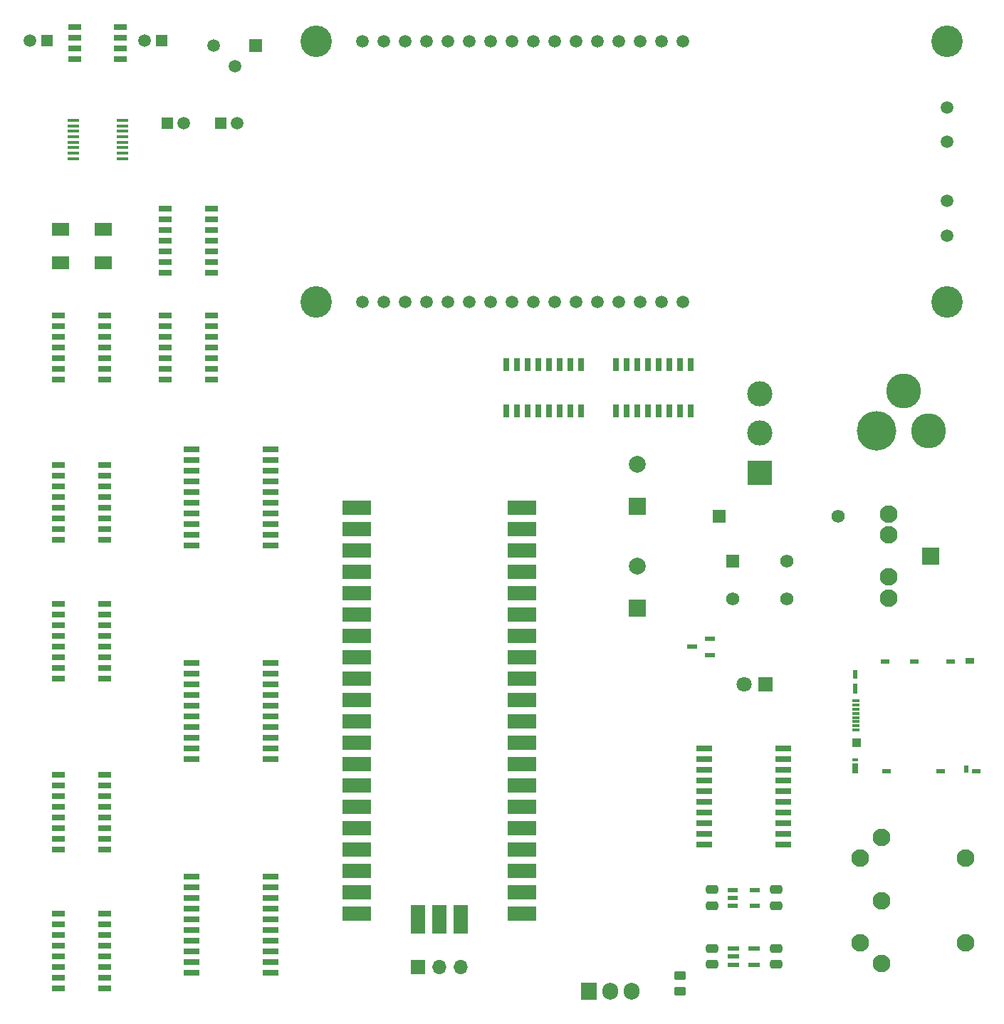
<source format=gbr>
%TF.GenerationSoftware,KiCad,Pcbnew,(6.0.5)*%
%TF.CreationDate,2023-06-11T10:02:41+02:00*%
%TF.ProjectId,Pico Sound,5069636f-2053-46f7-956e-642e6b696361,rev?*%
%TF.SameCoordinates,Original*%
%TF.FileFunction,Soldermask,Top*%
%TF.FilePolarity,Negative*%
%FSLAX46Y46*%
G04 Gerber Fmt 4.6, Leading zero omitted, Abs format (unit mm)*
G04 Created by KiCad (PCBNEW (6.0.5)) date 2023-06-11 10:02:41*
%MOMM*%
%LPD*%
G01*
G04 APERTURE LIST*
G04 Aperture macros list*
%AMRoundRect*
0 Rectangle with rounded corners*
0 $1 Rounding radius*
0 $2 $3 $4 $5 $6 $7 $8 $9 X,Y pos of 4 corners*
0 Add a 4 corners polygon primitive as box body*
4,1,4,$2,$3,$4,$5,$6,$7,$8,$9,$2,$3,0*
0 Add four circle primitives for the rounded corners*
1,1,$1+$1,$2,$3*
1,1,$1+$1,$4,$5*
1,1,$1+$1,$6,$7*
1,1,$1+$1,$8,$9*
0 Add four rect primitives between the rounded corners*
20,1,$1+$1,$2,$3,$4,$5,0*
20,1,$1+$1,$4,$5,$6,$7,0*
20,1,$1+$1,$6,$7,$8,$9,0*
20,1,$1+$1,$8,$9,$2,$3,0*%
G04 Aperture macros list end*
%ADD10R,1.950000X0.650000*%
%ADD11R,1.550000X0.650000*%
%ADD12R,1.150000X0.600000*%
%ADD13RoundRect,0.250000X0.475000X-0.250000X0.475000X0.250000X-0.475000X0.250000X-0.475000X-0.250000X0*%
%ADD14R,1.905000X2.000000*%
%ADD15O,1.905000X2.000000*%
%ADD16R,1.575000X1.575000*%
%ADD17C,1.575000*%
%ADD18R,2.000000X1.500000*%
%ADD19R,0.850000X0.300000*%
%ADD20R,1.000000X1.000000*%
%ADD21R,0.650000X0.450000*%
%ADD22R,0.650000X1.150000*%
%ADD23R,1.000000X0.500000*%
%ADD24R,0.500000X0.850000*%
%ADD25R,1.000000X0.700000*%
%ADD26R,0.600000X1.000000*%
%ADD27R,0.600000X1.200000*%
%ADD28R,1.450000X0.450000*%
%ADD29R,0.650000X1.550000*%
%ADD30R,1.500000X1.500000*%
%ADD31C,1.500000*%
%ADD32R,1.400000X0.600000*%
%ADD33R,1.400000X1.400000*%
%ADD34R,3.000000X3.000000*%
%ADD35C,3.000000*%
%ADD36R,1.700000X1.700000*%
%ADD37O,1.700000X1.700000*%
%ADD38R,3.500000X1.700000*%
%ADD39R,1.700000X3.500000*%
%ADD40R,1.250000X0.600000*%
%ADD41C,2.100000*%
%ADD42R,1.800000X1.800000*%
%ADD43C,1.800000*%
%ADD44RoundRect,0.250000X-0.450000X0.262500X-0.450000X-0.262500X0.450000X-0.262500X0.450000X0.262500X0*%
%ADD45R,2.000000X2.000000*%
%ADD46C,2.000000*%
%ADD47R,2.100000X2.100000*%
%ADD48C,3.750000*%
%ADD49C,4.700000*%
%ADD50C,4.150000*%
G04 APERTURE END LIST*
D10*
%TO.C,IC15*%
X216180000Y-143510000D03*
X216180000Y-142240000D03*
X216180000Y-140970000D03*
X216180000Y-139700000D03*
X216180000Y-138430000D03*
X216180000Y-137160000D03*
X216180000Y-135890000D03*
X216180000Y-134620000D03*
X216180000Y-133350000D03*
X216180000Y-132080000D03*
X206730000Y-132080000D03*
X206730000Y-133350000D03*
X206730000Y-134620000D03*
X206730000Y-135890000D03*
X206730000Y-137160000D03*
X206730000Y-138430000D03*
X206730000Y-139700000D03*
X206730000Y-140970000D03*
X206730000Y-142240000D03*
X206730000Y-143510000D03*
%TD*%
D11*
%TO.C,IC18*%
X131895000Y-46355000D03*
X131895000Y-47625000D03*
X131895000Y-48895000D03*
X131895000Y-50165000D03*
X137345000Y-50165000D03*
X137345000Y-48895000D03*
X137345000Y-47625000D03*
X137345000Y-46355000D03*
%TD*%
D12*
%TO.C,IC2*%
X210155000Y-148910000D03*
X210155000Y-149860000D03*
X210155000Y-150810000D03*
X212755000Y-150810000D03*
X212755000Y-148910000D03*
%TD*%
D13*
%TO.C,C4*%
X207645000Y-157779000D03*
X207645000Y-155879000D03*
%TD*%
D14*
%TO.C,U1*%
X193040000Y-160965000D03*
D15*
X195580000Y-160965000D03*
X198120000Y-160965000D03*
%TD*%
D16*
%TO.C,S2*%
X210110000Y-109827500D03*
D17*
X216610000Y-109827500D03*
X210110000Y-114327500D03*
X216610000Y-114327500D03*
%TD*%
D18*
%TO.C,Y1*%
X130175000Y-74390000D03*
X135255000Y-74390000D03*
X135255000Y-70390000D03*
X130175000Y-70390000D03*
%TD*%
D19*
%TO.C,J4*%
X224785000Y-129920000D03*
X224785000Y-129420000D03*
X224785000Y-128920000D03*
X224785000Y-128420000D03*
X224785000Y-127920000D03*
X224785000Y-127420000D03*
X224785000Y-126920000D03*
X224785000Y-126420000D03*
D20*
X224860000Y-131420000D03*
D21*
X224685000Y-133445000D03*
D22*
X224685000Y-134445000D03*
D23*
X228460000Y-134770000D03*
X234860000Y-134770000D03*
D24*
X237910000Y-134595000D03*
D23*
X239060000Y-134770000D03*
D25*
X238360000Y-121670000D03*
D23*
X236060000Y-121770000D03*
X231760000Y-121770000D03*
X228260000Y-121770000D03*
D26*
X224660000Y-123270000D03*
D27*
X224660000Y-125020000D03*
%TD*%
D28*
%TO.C,IC16*%
X131695000Y-57415000D03*
X131695000Y-58065000D03*
X131695000Y-58715000D03*
X131695000Y-59365000D03*
X131695000Y-60015000D03*
X131695000Y-60665000D03*
X131695000Y-61315000D03*
X131695000Y-61965000D03*
X137545000Y-61965000D03*
X137545000Y-61315000D03*
X137545000Y-60665000D03*
X137545000Y-60015000D03*
X137545000Y-59365000D03*
X137545000Y-58715000D03*
X137545000Y-58065000D03*
X137545000Y-57415000D03*
%TD*%
D29*
%TO.C,IC10*%
X192087500Y-86492500D03*
X190817500Y-86492500D03*
X189547500Y-86492500D03*
X188277500Y-86492500D03*
X187007500Y-86492500D03*
X185737500Y-86492500D03*
X184467500Y-86492500D03*
X183197500Y-86492500D03*
X183197500Y-91942500D03*
X184467500Y-91942500D03*
X185737500Y-91942500D03*
X187007500Y-91942500D03*
X188277500Y-91942500D03*
X189547500Y-91942500D03*
X190817500Y-91942500D03*
X192087500Y-91942500D03*
%TD*%
D13*
%TO.C,C7*%
X215265000Y-150794000D03*
X215265000Y-148894000D03*
%TD*%
D30*
%TO.C,VR1*%
X153420000Y-48520000D03*
D31*
X150920000Y-51020000D03*
X148420000Y-48520000D03*
%TD*%
D32*
%TO.C,IC1*%
X210205000Y-155895000D03*
X210205000Y-156845000D03*
X210205000Y-157795000D03*
X212705000Y-157795000D03*
X212705000Y-155895000D03*
%TD*%
D11*
%TO.C,IC12*%
X135440000Y-144145000D03*
X135440000Y-142875000D03*
X135440000Y-141605000D03*
X135440000Y-140335000D03*
X135440000Y-139065000D03*
X135440000Y-137795000D03*
X135440000Y-136525000D03*
X135440000Y-135255000D03*
X129990000Y-135255000D03*
X129990000Y-136525000D03*
X129990000Y-137795000D03*
X129990000Y-139065000D03*
X129990000Y-140335000D03*
X129990000Y-141605000D03*
X129990000Y-142875000D03*
X129990000Y-144145000D03*
%TD*%
D33*
%TO.C,C14*%
X142875000Y-57785000D03*
D31*
X144875000Y-57785000D03*
%TD*%
D33*
%TO.C,C13*%
X149225000Y-57785000D03*
D31*
X151225000Y-57785000D03*
%TD*%
D11*
%TO.C,IC14*%
X135440000Y-123825000D03*
X135440000Y-122555000D03*
X135440000Y-121285000D03*
X135440000Y-120015000D03*
X135440000Y-118745000D03*
X135440000Y-117475000D03*
X135440000Y-116205000D03*
X135440000Y-114935000D03*
X129990000Y-114935000D03*
X129990000Y-116205000D03*
X129990000Y-117475000D03*
X129990000Y-118745000D03*
X129990000Y-120015000D03*
X129990000Y-121285000D03*
X129990000Y-122555000D03*
X129990000Y-123825000D03*
%TD*%
D34*
%TO.C,S1*%
X213360000Y-99314000D03*
D35*
X213360000Y-94615000D03*
X213360000Y-89916000D03*
%TD*%
D36*
%TO.C,J2*%
X172720000Y-158115000D03*
D37*
X175260000Y-158115000D03*
X177800000Y-158115000D03*
%TD*%
D10*
%TO.C,IC7*%
X145770000Y-96520000D03*
X145770000Y-97790000D03*
X145770000Y-99060000D03*
X145770000Y-100330000D03*
X145770000Y-101600000D03*
X145770000Y-102870000D03*
X145770000Y-104140000D03*
X145770000Y-105410000D03*
X145770000Y-106680000D03*
X145770000Y-107950000D03*
X155220000Y-107950000D03*
X155220000Y-106680000D03*
X155220000Y-105410000D03*
X155220000Y-104140000D03*
X155220000Y-102870000D03*
X155220000Y-101600000D03*
X155220000Y-100330000D03*
X155220000Y-99060000D03*
X155220000Y-97790000D03*
X155220000Y-96520000D03*
%TD*%
D38*
%TO.C,U2*%
X165470000Y-103505000D03*
X165470000Y-106045000D03*
X165470000Y-108585000D03*
X165470000Y-111125000D03*
X165470000Y-113665000D03*
X165470000Y-116205000D03*
X165470000Y-118745000D03*
X165470000Y-121285000D03*
X165470000Y-123825000D03*
X165470000Y-126365000D03*
X165470000Y-128905000D03*
X165470000Y-131445000D03*
X165470000Y-133985000D03*
X165470000Y-136525000D03*
X165470000Y-139065000D03*
X165470000Y-141605000D03*
X165470000Y-144145000D03*
X165470000Y-146685000D03*
X165470000Y-149225000D03*
X165470000Y-151765000D03*
X185050000Y-151765000D03*
X185050000Y-149225000D03*
X185050000Y-146685000D03*
X185050000Y-144145000D03*
X185050000Y-141605000D03*
X185050000Y-139065000D03*
X185050000Y-136525000D03*
X185050000Y-133985000D03*
X185050000Y-131445000D03*
X185050000Y-128905000D03*
X185050000Y-126365000D03*
X185050000Y-123825000D03*
X185050000Y-121285000D03*
X185050000Y-118745000D03*
X185050000Y-116205000D03*
X185050000Y-113665000D03*
X185050000Y-111125000D03*
X185050000Y-108585000D03*
X185050000Y-106045000D03*
X185050000Y-103505000D03*
D39*
X172720000Y-152435000D03*
X175260000Y-152435000D03*
X177800000Y-152435000D03*
%TD*%
D11*
%TO.C,IC5*%
X129990000Y-80645000D03*
X129990000Y-81915000D03*
X129990000Y-83185000D03*
X129990000Y-84455000D03*
X129990000Y-85725000D03*
X129990000Y-86995000D03*
X129990000Y-88265000D03*
X135440000Y-88265000D03*
X135440000Y-86995000D03*
X135440000Y-85725000D03*
X135440000Y-84455000D03*
X135440000Y-83185000D03*
X135440000Y-81915000D03*
X135440000Y-80645000D03*
%TD*%
D40*
%TO.C,IC3*%
X207425000Y-120965000D03*
X207425000Y-119065000D03*
X205325000Y-120015000D03*
%TD*%
D41*
%TO.C,J3*%
X227822500Y-142677500D03*
X227822500Y-150177500D03*
X227822500Y-157677500D03*
X225322500Y-145177500D03*
X225322500Y-155177500D03*
X237822500Y-145177500D03*
X237822500Y-155177500D03*
%TD*%
D13*
%TO.C,C5*%
X207645000Y-150794000D03*
X207645000Y-148894000D03*
%TD*%
%TO.C,C6*%
X215265000Y-157779000D03*
X215265000Y-155879000D03*
%TD*%
D42*
%TO.C,LED1*%
X214000000Y-124460000D03*
D43*
X211460000Y-124460000D03*
%TD*%
D11*
%TO.C,IC4*%
X142690000Y-80645000D03*
X142690000Y-81915000D03*
X142690000Y-83185000D03*
X142690000Y-84455000D03*
X142690000Y-85725000D03*
X142690000Y-86995000D03*
X142690000Y-88265000D03*
X148140000Y-88265000D03*
X148140000Y-86995000D03*
X148140000Y-85725000D03*
X148140000Y-84455000D03*
X148140000Y-83185000D03*
X148140000Y-81915000D03*
X148140000Y-80645000D03*
%TD*%
D10*
%TO.C,IC6*%
X145770000Y-147320000D03*
X145770000Y-148590000D03*
X145770000Y-149860000D03*
X145770000Y-151130000D03*
X145770000Y-152400000D03*
X145770000Y-153670000D03*
X145770000Y-154940000D03*
X145770000Y-156210000D03*
X145770000Y-157480000D03*
X145770000Y-158750000D03*
X155220000Y-158750000D03*
X155220000Y-157480000D03*
X155220000Y-156210000D03*
X155220000Y-154940000D03*
X155220000Y-153670000D03*
X155220000Y-152400000D03*
X155220000Y-151130000D03*
X155220000Y-149860000D03*
X155220000Y-148590000D03*
X155220000Y-147320000D03*
%TD*%
D11*
%TO.C,IC11*%
X135440000Y-160655000D03*
X135440000Y-159385000D03*
X135440000Y-158115000D03*
X135440000Y-156845000D03*
X135440000Y-155575000D03*
X135440000Y-154305000D03*
X135440000Y-153035000D03*
X135440000Y-151765000D03*
X129990000Y-151765000D03*
X129990000Y-153035000D03*
X129990000Y-154305000D03*
X129990000Y-155575000D03*
X129990000Y-156845000D03*
X129990000Y-158115000D03*
X129990000Y-159385000D03*
X129990000Y-160655000D03*
%TD*%
D33*
%TO.C,C19*%
X128607600Y-47922401D03*
D31*
X126607600Y-47922401D03*
%TD*%
D44*
%TO.C,R2*%
X203845000Y-159107500D03*
X203845000Y-160932500D03*
%TD*%
D45*
%TO.C,C1*%
X198755000Y-115397677D03*
D46*
X198755000Y-110397677D03*
%TD*%
D11*
%TO.C,IC17*%
X142690000Y-67945000D03*
X142690000Y-69215000D03*
X142690000Y-70485000D03*
X142690000Y-71755000D03*
X142690000Y-73025000D03*
X142690000Y-74295000D03*
X142690000Y-75565000D03*
X148140000Y-75565000D03*
X148140000Y-74295000D03*
X148140000Y-73025000D03*
X148140000Y-71755000D03*
X148140000Y-70485000D03*
X148140000Y-69215000D03*
X148140000Y-67945000D03*
%TD*%
D29*
%TO.C,IC9*%
X205105000Y-86492500D03*
X203835000Y-86492500D03*
X202565000Y-86492500D03*
X201295000Y-86492500D03*
X200025000Y-86492500D03*
X198755000Y-86492500D03*
X197485000Y-86492500D03*
X196215000Y-86492500D03*
X196215000Y-91942500D03*
X197485000Y-91942500D03*
X198755000Y-91942500D03*
X200025000Y-91942500D03*
X201295000Y-91942500D03*
X202565000Y-91942500D03*
X203835000Y-91942500D03*
X205105000Y-91942500D03*
%TD*%
D47*
%TO.C,J5*%
X233680000Y-109220000D03*
D41*
X228680000Y-104220000D03*
X228680000Y-114220000D03*
X228680000Y-106720000D03*
X228680000Y-111720000D03*
%TD*%
D11*
%TO.C,IC13*%
X135440000Y-107315000D03*
X135440000Y-106045000D03*
X135440000Y-104775000D03*
X135440000Y-103505000D03*
X135440000Y-102235000D03*
X135440000Y-100965000D03*
X135440000Y-99695000D03*
X135440000Y-98425000D03*
X129990000Y-98425000D03*
X129990000Y-99695000D03*
X129990000Y-100965000D03*
X129990000Y-102235000D03*
X129990000Y-103505000D03*
X129990000Y-104775000D03*
X129990000Y-106045000D03*
X129990000Y-107315000D03*
%TD*%
D10*
%TO.C,IC8*%
X145770000Y-121920000D03*
X145770000Y-123190000D03*
X145770000Y-124460000D03*
X145770000Y-125730000D03*
X145770000Y-127000000D03*
X145770000Y-128270000D03*
X145770000Y-129540000D03*
X145770000Y-130810000D03*
X145770000Y-132080000D03*
X145770000Y-133350000D03*
X155220000Y-133350000D03*
X155220000Y-132080000D03*
X155220000Y-130810000D03*
X155220000Y-129540000D03*
X155220000Y-128270000D03*
X155220000Y-127000000D03*
X155220000Y-125730000D03*
X155220000Y-124460000D03*
X155220000Y-123190000D03*
X155220000Y-121920000D03*
%TD*%
D31*
%TO.C,DS1*%
X166120000Y-79000000D03*
X168660000Y-79000000D03*
X171200000Y-79000000D03*
X173740000Y-79000000D03*
X176280000Y-79000000D03*
X178820000Y-79000000D03*
X181360000Y-79000000D03*
X183900000Y-79000000D03*
X186440000Y-79000000D03*
X188980000Y-79000000D03*
X191520000Y-79000000D03*
X194060000Y-79000000D03*
X196600000Y-79000000D03*
X199140000Y-79000000D03*
X201680000Y-79000000D03*
X204220000Y-79000000D03*
X166120000Y-48000000D03*
X168660000Y-48000000D03*
X171200000Y-48000000D03*
X173740000Y-48000000D03*
X176280000Y-48000000D03*
X178820000Y-48000000D03*
X181360000Y-48000000D03*
X183900000Y-48000000D03*
X186440000Y-48000000D03*
X188980000Y-48000000D03*
X191520000Y-48000000D03*
X194060000Y-48000000D03*
X196600000Y-48000000D03*
X199140000Y-48000000D03*
X201680000Y-48000000D03*
X204220000Y-48000000D03*
X235620000Y-55880000D03*
X235620000Y-60000000D03*
X235620000Y-67000000D03*
X235620000Y-71120000D03*
D48*
X160620000Y-79000000D03*
X160620000Y-48000000D03*
X235620000Y-48000000D03*
X235620000Y-79000000D03*
%TD*%
D49*
%TO.C,J1*%
X227215700Y-94297500D03*
D50*
X230415700Y-89597500D03*
X233415700Y-94297500D03*
%TD*%
D16*
%TO.C,D1*%
X208533000Y-104458000D03*
D17*
X222633000Y-104458000D03*
%TD*%
D45*
%TO.C,C2*%
X198755000Y-103332677D03*
D46*
X198755000Y-98332677D03*
%TD*%
D33*
%TO.C,C22*%
X142240000Y-47922401D03*
D31*
X140240000Y-47922401D03*
%TD*%
M02*

</source>
